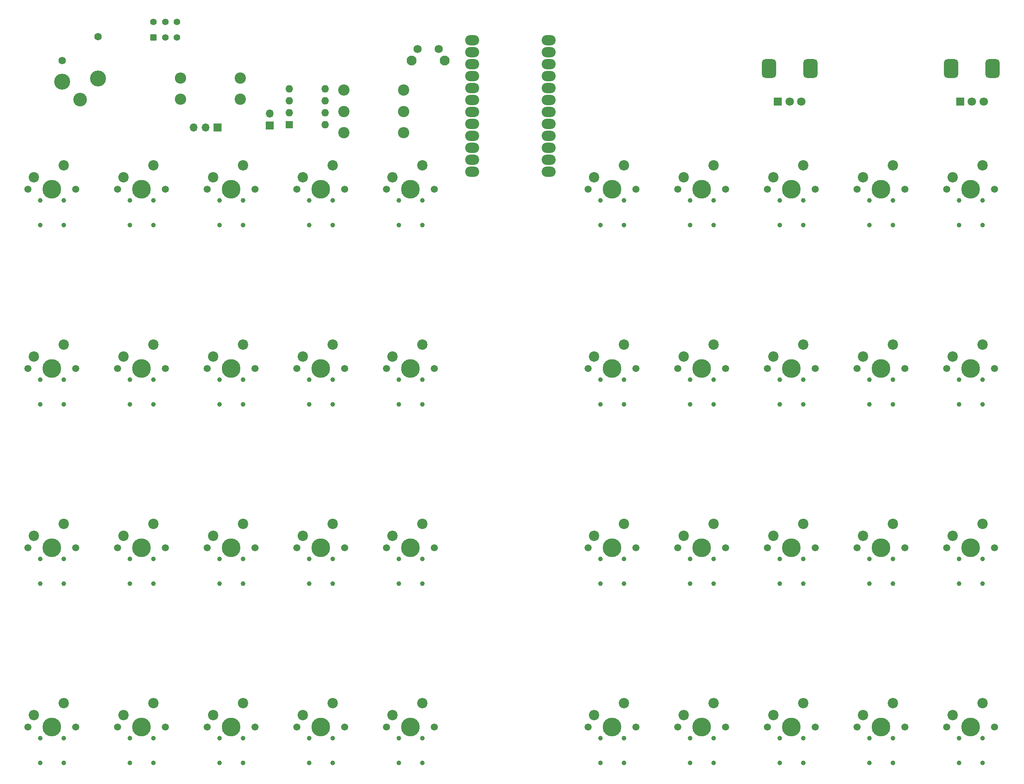
<source format=gts>
G04 #@! TF.GenerationSoftware,KiCad,Pcbnew,8.0.6*
G04 #@! TF.CreationDate,2024-11-09T01:20:35+01:00*
G04 #@! TF.ProjectId,DMX_MIDI_FIGHTER,444d585f-4d49-4444-995f-464947485445,rev?*
G04 #@! TF.SameCoordinates,Original*
G04 #@! TF.FileFunction,Soldermask,Top*
G04 #@! TF.FilePolarity,Negative*
%FSLAX46Y46*%
G04 Gerber Fmt 4.6, Leading zero omitted, Abs format (unit mm)*
G04 Created by KiCad (PCBNEW 8.0.6) date 2024-11-09 01:20:35*
%MOMM*%
%LPD*%
G01*
G04 APERTURE LIST*
G04 Aperture macros list*
%AMRoundRect*
0 Rectangle with rounded corners*
0 $1 Rounding radius*
0 $2 $3 $4 $5 $6 $7 $8 $9 X,Y pos of 4 corners*
0 Add a 4 corners polygon primitive as box body*
4,1,4,$2,$3,$4,$5,$6,$7,$8,$9,$2,$3,0*
0 Add four circle primitives for the rounded corners*
1,1,$1+$1,$2,$3*
1,1,$1+$1,$4,$5*
1,1,$1+$1,$6,$7*
1,1,$1+$1,$8,$9*
0 Add four rect primitives between the rounded corners*
20,1,$1+$1,$2,$3,$4,$5,0*
20,1,$1+$1,$4,$5,$6,$7,0*
20,1,$1+$1,$6,$7,$8,$9,0*
20,1,$1+$1,$8,$9,$2,$3,0*%
G04 Aperture macros list end*
%ADD10C,1.498600*%
%ADD11C,1.000000*%
%ADD12C,3.987800*%
%ADD13C,2.200000*%
%ADD14R,1.800000X1.800000*%
%ADD15C,1.800000*%
%ADD16RoundRect,0.750000X0.750000X-1.250000X0.750000X1.250000X-0.750000X1.250000X-0.750000X-1.250000X0*%
%ADD17R,1.700000X1.700000*%
%ADD18O,1.700000X1.700000*%
%ADD19C,2.100000*%
%ADD20C,1.750000*%
%ADD21C,1.600000*%
%ADD22C,3.400000*%
%ADD23C,2.900000*%
%ADD24RoundRect,0.250000X-0.450000X-0.450000X0.450000X-0.450000X0.450000X0.450000X-0.450000X0.450000X0*%
%ADD25C,1.400000*%
%ADD26O,3.000000X2.200000*%
%ADD27R,1.600000X1.600000*%
%ADD28O,1.600000X1.600000*%
%ADD29C,2.400000*%
%ADD30O,2.400000X2.400000*%
G04 APERTURE END LIST*
D10*
X101917500Y-205105000D03*
D11*
X104497500Y-207485000D03*
X104497500Y-212775000D03*
D12*
X106997500Y-205105000D03*
D11*
X109497500Y-207485000D03*
X109497500Y-212775000D03*
D10*
X112077500Y-205105000D03*
D13*
X103187500Y-202565000D03*
X109537500Y-200025000D03*
D10*
X259080000Y-128905000D03*
D11*
X261660000Y-131285000D03*
X261660000Y-136575000D03*
D12*
X264160000Y-128905000D03*
D11*
X266660000Y-131285000D03*
X266660000Y-136575000D03*
D10*
X269240000Y-128905000D03*
D13*
X260350000Y-126365000D03*
X266700000Y-123825000D03*
D14*
X223179000Y-72217000D03*
D15*
X225679000Y-72217000D03*
X228179000Y-72217000D03*
D16*
X221279000Y-65217000D03*
X230079000Y-65217000D03*
D10*
X101917500Y-167005000D03*
D11*
X104497500Y-169385000D03*
X104497500Y-174675000D03*
D12*
X106997500Y-167005000D03*
D11*
X109497500Y-169385000D03*
X109497500Y-174675000D03*
D10*
X112077500Y-167005000D03*
D13*
X103187500Y-164465000D03*
X109537500Y-161925000D03*
D10*
X220980000Y-128905000D03*
D11*
X223560000Y-131285000D03*
X223560000Y-136575000D03*
D12*
X226060000Y-128905000D03*
D11*
X228560000Y-131285000D03*
X228560000Y-136575000D03*
D10*
X231140000Y-128905000D03*
D13*
X222250000Y-126365000D03*
X228600000Y-123825000D03*
D10*
X140017500Y-90805000D03*
D11*
X142597500Y-93185000D03*
X142597500Y-98475000D03*
D12*
X145097500Y-90805000D03*
D11*
X147597500Y-93185000D03*
X147597500Y-98475000D03*
D10*
X150177500Y-90805000D03*
D13*
X141287500Y-88265000D03*
X147637500Y-85725000D03*
D10*
X82867500Y-90805000D03*
D11*
X85447500Y-93185000D03*
X85447500Y-98475000D03*
D12*
X87947500Y-90805000D03*
D11*
X90447500Y-93185000D03*
X90447500Y-98475000D03*
D10*
X93027500Y-90805000D03*
D13*
X84137500Y-88265000D03*
X90487500Y-85725000D03*
D10*
X182880000Y-205105000D03*
D11*
X185460000Y-207485000D03*
X185460000Y-212775000D03*
D12*
X187960000Y-205105000D03*
D11*
X190460000Y-207485000D03*
X190460000Y-212775000D03*
D10*
X193040000Y-205105000D03*
D13*
X184150000Y-202565000D03*
X190500000Y-200025000D03*
D17*
X115190000Y-77279000D03*
D18*
X115190000Y-74739000D03*
D10*
X140017500Y-128905000D03*
D11*
X142597500Y-131285000D03*
X142597500Y-136575000D03*
D12*
X145097500Y-128905000D03*
D11*
X147597500Y-131285000D03*
X147597500Y-136575000D03*
D10*
X150177500Y-128905000D03*
D13*
X141287500Y-126365000D03*
X147637500Y-123825000D03*
D10*
X259080000Y-90805000D03*
D11*
X261660000Y-93185000D03*
X261660000Y-98475000D03*
D12*
X264160000Y-90805000D03*
D11*
X266660000Y-93185000D03*
X266660000Y-98475000D03*
D10*
X269240000Y-90805000D03*
D13*
X260350000Y-88265000D03*
X266700000Y-85725000D03*
D10*
X201930000Y-205105000D03*
D11*
X204510000Y-207485000D03*
X204510000Y-212775000D03*
D12*
X207010000Y-205105000D03*
D11*
X209510000Y-207485000D03*
X209510000Y-212775000D03*
D10*
X212090000Y-205105000D03*
D13*
X203200000Y-202565000D03*
X209550000Y-200025000D03*
D10*
X220980000Y-90805000D03*
D11*
X223560000Y-93185000D03*
X223560000Y-98475000D03*
D12*
X226060000Y-90805000D03*
D11*
X228560000Y-93185000D03*
X228560000Y-98475000D03*
D10*
X231140000Y-90805000D03*
D13*
X222250000Y-88265000D03*
X228600000Y-85725000D03*
D10*
X82867500Y-167005000D03*
D11*
X85447500Y-169385000D03*
X85447500Y-174675000D03*
D12*
X87947500Y-167005000D03*
D11*
X90447500Y-169385000D03*
X90447500Y-174675000D03*
D10*
X93027500Y-167005000D03*
D13*
X84137500Y-164465000D03*
X90487500Y-161925000D03*
D10*
X182880000Y-90805000D03*
D11*
X185460000Y-93185000D03*
X185460000Y-98475000D03*
D12*
X187960000Y-90805000D03*
D11*
X190460000Y-93185000D03*
X190460000Y-98475000D03*
D10*
X193040000Y-90805000D03*
D13*
X184150000Y-88265000D03*
X190500000Y-85725000D03*
D10*
X259080000Y-167005000D03*
D11*
X261660000Y-169385000D03*
X261660000Y-174675000D03*
D12*
X264160000Y-167005000D03*
D11*
X266660000Y-169385000D03*
X266660000Y-174675000D03*
D10*
X269240000Y-167005000D03*
D13*
X260350000Y-164465000D03*
X266700000Y-161925000D03*
D10*
X240030000Y-128905000D03*
D11*
X242610000Y-131285000D03*
X242610000Y-136575000D03*
D12*
X245110000Y-128905000D03*
D11*
X247610000Y-131285000D03*
X247610000Y-136575000D03*
D10*
X250190000Y-128905000D03*
D13*
X241300000Y-126365000D03*
X247650000Y-123825000D03*
D10*
X101917500Y-128905000D03*
D11*
X104497500Y-131285000D03*
X104497500Y-136575000D03*
D12*
X106997500Y-128905000D03*
D11*
X109497500Y-131285000D03*
X109497500Y-136575000D03*
D10*
X112077500Y-128905000D03*
D13*
X103187500Y-126365000D03*
X109537500Y-123825000D03*
D10*
X120967500Y-167005000D03*
D11*
X123547500Y-169385000D03*
X123547500Y-174675000D03*
D12*
X126047500Y-167005000D03*
D11*
X128547500Y-169385000D03*
X128547500Y-174675000D03*
D10*
X131127500Y-167005000D03*
D13*
X122237500Y-164465000D03*
X128587500Y-161925000D03*
D10*
X63817500Y-128905000D03*
D11*
X66397500Y-131285000D03*
X66397500Y-136575000D03*
D12*
X68897500Y-128905000D03*
D11*
X71397500Y-131285000D03*
X71397500Y-136575000D03*
D10*
X73977500Y-128905000D03*
D13*
X65087500Y-126365000D03*
X71437500Y-123825000D03*
D17*
X104156000Y-77683000D03*
D18*
X101616000Y-77683000D03*
X99076000Y-77683000D03*
D10*
X120967500Y-205105000D03*
D11*
X123547500Y-207485000D03*
X123547500Y-212775000D03*
D12*
X126047500Y-205105000D03*
D11*
X128547500Y-207485000D03*
X128547500Y-212775000D03*
D10*
X131127500Y-205105000D03*
D13*
X122237500Y-202565000D03*
X128587500Y-200025000D03*
D10*
X240030000Y-167005000D03*
D11*
X242610000Y-169385000D03*
X242610000Y-174675000D03*
D12*
X245110000Y-167005000D03*
D11*
X247610000Y-169385000D03*
X247610000Y-174675000D03*
D10*
X250190000Y-167005000D03*
D13*
X241300000Y-164465000D03*
X247650000Y-161925000D03*
D10*
X82867500Y-205105000D03*
D11*
X85447500Y-207485000D03*
X85447500Y-212775000D03*
D12*
X87947500Y-205105000D03*
D11*
X90447500Y-207485000D03*
X90447500Y-212775000D03*
D10*
X93027500Y-205105000D03*
D13*
X84137500Y-202565000D03*
X90487500Y-200025000D03*
D10*
X120967500Y-90805000D03*
D11*
X123547500Y-93185000D03*
X123547500Y-98475000D03*
D12*
X126047500Y-90805000D03*
D11*
X128547500Y-93185000D03*
X128547500Y-98475000D03*
D10*
X131127500Y-90805000D03*
D13*
X122237500Y-88265000D03*
X128587500Y-85725000D03*
D10*
X259080000Y-205105000D03*
D11*
X261660000Y-207485000D03*
X261660000Y-212775000D03*
D12*
X264160000Y-205105000D03*
D11*
X266660000Y-207485000D03*
X266660000Y-212775000D03*
D10*
X269240000Y-205105000D03*
D13*
X260350000Y-202565000D03*
X266700000Y-200025000D03*
D10*
X120967500Y-128905000D03*
D11*
X123547500Y-131285000D03*
X123547500Y-136575000D03*
D12*
X126047500Y-128905000D03*
D11*
X128547500Y-131285000D03*
X128547500Y-136575000D03*
D10*
X131127500Y-128905000D03*
D13*
X122237500Y-126365000D03*
X128587500Y-123825000D03*
D10*
X240030000Y-90805000D03*
D11*
X242610000Y-93185000D03*
X242610000Y-98475000D03*
D12*
X245110000Y-90805000D03*
D11*
X247610000Y-93185000D03*
X247610000Y-98475000D03*
D10*
X250190000Y-90805000D03*
D13*
X241300000Y-88265000D03*
X247650000Y-85725000D03*
D10*
X201930000Y-90805000D03*
D11*
X204510000Y-93185000D03*
X204510000Y-98475000D03*
D12*
X207010000Y-90805000D03*
D11*
X209510000Y-93185000D03*
X209510000Y-98475000D03*
D10*
X212090000Y-90805000D03*
D13*
X203200000Y-88265000D03*
X209550000Y-85725000D03*
D10*
X82867500Y-128905000D03*
D11*
X85447500Y-131285000D03*
X85447500Y-136575000D03*
D12*
X87947500Y-128905000D03*
D11*
X90447500Y-131285000D03*
X90447500Y-136575000D03*
D10*
X93027500Y-128905000D03*
D13*
X84137500Y-126365000D03*
X90487500Y-123825000D03*
D10*
X63817500Y-205105000D03*
D11*
X66397500Y-207485000D03*
X66397500Y-212775000D03*
D12*
X68897500Y-205105000D03*
D11*
X71397500Y-207485000D03*
X71397500Y-212775000D03*
D10*
X73977500Y-205105000D03*
D13*
X65087500Y-202565000D03*
X71437500Y-200025000D03*
D10*
X201930000Y-167005000D03*
D11*
X204510000Y-169385000D03*
X204510000Y-174675000D03*
D12*
X207010000Y-167005000D03*
D11*
X209510000Y-169385000D03*
X209510000Y-174675000D03*
D10*
X212090000Y-167005000D03*
D13*
X203200000Y-164465000D03*
X209550000Y-161925000D03*
D10*
X63817500Y-90805000D03*
D11*
X66397500Y-93185000D03*
X66397500Y-98475000D03*
D12*
X68897500Y-90805000D03*
D11*
X71397500Y-93185000D03*
X71397500Y-98475000D03*
D10*
X73977500Y-90805000D03*
D13*
X65087500Y-88265000D03*
X71437500Y-85725000D03*
D10*
X182880000Y-128905000D03*
D11*
X185460000Y-131285000D03*
X185460000Y-136575000D03*
D12*
X187960000Y-128905000D03*
D11*
X190460000Y-131285000D03*
X190460000Y-136575000D03*
D10*
X193040000Y-128905000D03*
D13*
X184150000Y-126365000D03*
X190500000Y-123825000D03*
D14*
X261914000Y-72217000D03*
D15*
X264414000Y-72217000D03*
X266914000Y-72217000D03*
D16*
X260014000Y-65217000D03*
X268814000Y-65217000D03*
D10*
X240030000Y-205105000D03*
D11*
X242610000Y-207485000D03*
X242610000Y-212775000D03*
D12*
X245110000Y-205105000D03*
D11*
X247610000Y-207485000D03*
X247610000Y-212775000D03*
D10*
X250190000Y-205105000D03*
D13*
X241300000Y-202565000D03*
X247650000Y-200025000D03*
D10*
X140017500Y-167005000D03*
D11*
X142597500Y-169385000D03*
X142597500Y-174675000D03*
D12*
X145097500Y-167005000D03*
D11*
X147597500Y-169385000D03*
X147597500Y-174675000D03*
D10*
X150177500Y-167005000D03*
D13*
X141287500Y-164465000D03*
X147637500Y-161925000D03*
D10*
X201930000Y-128905000D03*
D11*
X204510000Y-131285000D03*
X204510000Y-136575000D03*
D12*
X207010000Y-128905000D03*
D11*
X209510000Y-131285000D03*
X209510000Y-136575000D03*
D10*
X212090000Y-128905000D03*
D13*
X203200000Y-126365000D03*
X209550000Y-123825000D03*
D10*
X140017500Y-205105000D03*
D11*
X142597500Y-207485000D03*
X142597500Y-212775000D03*
D12*
X145097500Y-205105000D03*
D11*
X147597500Y-207485000D03*
X147597500Y-212775000D03*
D10*
X150177500Y-205105000D03*
D13*
X141287500Y-202565000D03*
X147637500Y-200025000D03*
D10*
X101917500Y-90805000D03*
D11*
X104497500Y-93185000D03*
X104497500Y-98475000D03*
D12*
X106997500Y-90805000D03*
D11*
X109497500Y-93185000D03*
X109497500Y-98475000D03*
D10*
X112077500Y-90805000D03*
D13*
X103187500Y-88265000D03*
X109537500Y-85725000D03*
D10*
X63817500Y-167005000D03*
D11*
X66397500Y-169385000D03*
X66397500Y-174675000D03*
D12*
X68897500Y-167005000D03*
D11*
X71397500Y-169385000D03*
X71397500Y-174675000D03*
D10*
X73977500Y-167005000D03*
D13*
X65087500Y-164465000D03*
X71437500Y-161925000D03*
D10*
X220980000Y-167005000D03*
D11*
X223560000Y-169385000D03*
X223560000Y-174675000D03*
D12*
X226060000Y-167005000D03*
D11*
X228560000Y-169385000D03*
X228560000Y-174675000D03*
D10*
X231140000Y-167005000D03*
D13*
X222250000Y-164465000D03*
X228600000Y-161925000D03*
D10*
X220980000Y-205105000D03*
D11*
X223560000Y-207485000D03*
X223560000Y-212775000D03*
D12*
X226060000Y-205105000D03*
D11*
X228560000Y-207485000D03*
X228560000Y-212775000D03*
D10*
X231140000Y-205105000D03*
D13*
X222250000Y-202565000D03*
X228600000Y-200025000D03*
D10*
X182880000Y-167005000D03*
D11*
X185460000Y-169385000D03*
X185460000Y-174675000D03*
D12*
X187960000Y-167005000D03*
D11*
X190460000Y-169385000D03*
X190460000Y-174675000D03*
D10*
X193040000Y-167005000D03*
D13*
X184150000Y-164465000D03*
X190500000Y-161925000D03*
D19*
X152369000Y-63527500D03*
X145359000Y-63527500D03*
D20*
X151119000Y-61037500D03*
X146619000Y-61037500D03*
D21*
X71120000Y-63500000D03*
X78740000Y-58420000D03*
D22*
X78740000Y-67310000D03*
X71120000Y-67945000D03*
D23*
X74930000Y-71760000D03*
D24*
X90504000Y-58545000D03*
D25*
X93004000Y-58545000D03*
X95504000Y-58545000D03*
X95504000Y-55245000D03*
X93004000Y-55245000D03*
X90504000Y-55245000D03*
D26*
X174490000Y-59182000D03*
X174490000Y-61722000D03*
X174490000Y-64262000D03*
X174490000Y-66802000D03*
X174490000Y-69342000D03*
X174490000Y-71882000D03*
X174490000Y-74422000D03*
X174490000Y-76962000D03*
X174490000Y-79502000D03*
X174490000Y-82042000D03*
X174490000Y-84582000D03*
X174490000Y-87122000D03*
X158250000Y-59182000D03*
X158250000Y-61722000D03*
X158250000Y-64262000D03*
X158250000Y-66802000D03*
X158250000Y-69342000D03*
X158250000Y-71882000D03*
X158250000Y-74422000D03*
X158250000Y-76962000D03*
X158250000Y-79502000D03*
X158250000Y-82042000D03*
X158250000Y-84582000D03*
X158250000Y-87122000D03*
D27*
X119390000Y-77079000D03*
D28*
X119390000Y-74539000D03*
X119390000Y-71999000D03*
X119390000Y-69459000D03*
X127010000Y-69459000D03*
X127010000Y-71999000D03*
X127010000Y-74539000D03*
X127010000Y-77079000D03*
D29*
X130937000Y-78795000D03*
D30*
X143637000Y-78795000D03*
D29*
X108966000Y-71683000D03*
D30*
X96266000Y-71683000D03*
D29*
X108966000Y-67183000D03*
D30*
X96266000Y-67183000D03*
D29*
X143637000Y-69795000D03*
D30*
X130937000Y-69795000D03*
D29*
X130937000Y-74295000D03*
D30*
X143637000Y-74295000D03*
M02*

</source>
